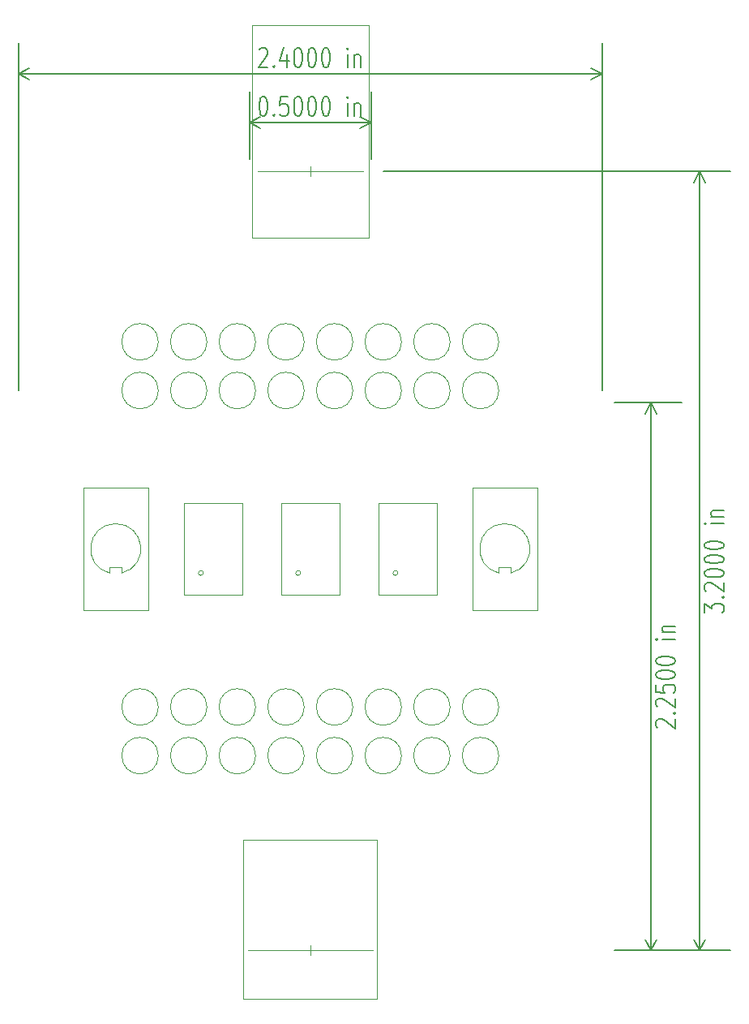
<source format=gbr>
%TF.GenerationSoftware,KiCad,Pcbnew,4.0.1-stable*%
%TF.CreationDate,2016-02-23T23:31:04-05:00*%
%TF.ProjectId,USB Breakout v3.0,55534220427265616B6F75742076332E,3.0.1*%
%TF.FileFunction,Drawing*%
%FSLAX46Y46*%
G04 Gerber Fmt 4.6, Leading zero omitted, Abs format (unit mm)*
G04 Created by KiCad (PCBNEW 4.0.1-stable) date 2016-02-23 23:31:04*
%MOMM*%
G01*
G04 APERTURE LIST*
%ADD10C,0.025400*%
%ADD11C,0.127000*%
%ADD12C,0.076200*%
G04 APERTURE END LIST*
D10*
D11*
X71632838Y35233428D02*
X71632838Y36176857D01*
X72406933Y35668857D01*
X72406933Y35886571D01*
X72503695Y36031714D01*
X72600457Y36104285D01*
X72793981Y36176857D01*
X73277790Y36176857D01*
X73471314Y36104285D01*
X73568076Y36031714D01*
X73664838Y35886571D01*
X73664838Y35451143D01*
X73568076Y35306000D01*
X73471314Y35233428D01*
X73471314Y36830000D02*
X73568076Y36902572D01*
X73664838Y36830000D01*
X73568076Y36757429D01*
X73471314Y36830000D01*
X73664838Y36830000D01*
X71826362Y37483143D02*
X71729600Y37555714D01*
X71632838Y37700857D01*
X71632838Y38063714D01*
X71729600Y38208857D01*
X71826362Y38281428D01*
X72019886Y38354000D01*
X72213410Y38354000D01*
X72503695Y38281428D01*
X73664838Y37410571D01*
X73664838Y38354000D01*
X71632838Y39297429D02*
X71632838Y39442572D01*
X71729600Y39587715D01*
X71826362Y39660286D01*
X72019886Y39732857D01*
X72406933Y39805429D01*
X72890743Y39805429D01*
X73277790Y39732857D01*
X73471314Y39660286D01*
X73568076Y39587715D01*
X73664838Y39442572D01*
X73664838Y39297429D01*
X73568076Y39152286D01*
X73471314Y39079715D01*
X73277790Y39007143D01*
X72890743Y38934572D01*
X72406933Y38934572D01*
X72019886Y39007143D01*
X71826362Y39079715D01*
X71729600Y39152286D01*
X71632838Y39297429D01*
X71632838Y40748858D02*
X71632838Y40894001D01*
X71729600Y41039144D01*
X71826362Y41111715D01*
X72019886Y41184286D01*
X72406933Y41256858D01*
X72890743Y41256858D01*
X73277790Y41184286D01*
X73471314Y41111715D01*
X73568076Y41039144D01*
X73664838Y40894001D01*
X73664838Y40748858D01*
X73568076Y40603715D01*
X73471314Y40531144D01*
X73277790Y40458572D01*
X72890743Y40386001D01*
X72406933Y40386001D01*
X72019886Y40458572D01*
X71826362Y40531144D01*
X71729600Y40603715D01*
X71632838Y40748858D01*
X71632838Y42200287D02*
X71632838Y42345430D01*
X71729600Y42490573D01*
X71826362Y42563144D01*
X72019886Y42635715D01*
X72406933Y42708287D01*
X72890743Y42708287D01*
X73277790Y42635715D01*
X73471314Y42563144D01*
X73568076Y42490573D01*
X73664838Y42345430D01*
X73664838Y42200287D01*
X73568076Y42055144D01*
X73471314Y41982573D01*
X73277790Y41910001D01*
X72890743Y41837430D01*
X72406933Y41837430D01*
X72019886Y41910001D01*
X71826362Y41982573D01*
X71729600Y42055144D01*
X71632838Y42200287D01*
X73664838Y44522573D02*
X72310171Y44522573D01*
X71632838Y44522573D02*
X71729600Y44450002D01*
X71826362Y44522573D01*
X71729600Y44595145D01*
X71632838Y44522573D01*
X71826362Y44522573D01*
X72310171Y45248287D02*
X73664838Y45248287D01*
X72503695Y45248287D02*
X72406933Y45320859D01*
X72310171Y45466001D01*
X72310171Y45683716D01*
X72406933Y45828859D01*
X72600457Y45901430D01*
X73664838Y45901430D01*
X71120000Y0D02*
X71120000Y81280000D01*
X62230000Y0D02*
X74371200Y0D01*
X62230000Y81280000D02*
X74371200Y81280000D01*
X71120000Y81280000D02*
X71706421Y80153496D01*
X71120000Y81280000D02*
X70533579Y80153496D01*
X71120000Y0D02*
X71706421Y1126504D01*
X71120000Y0D02*
X70533579Y1126504D01*
X66746362Y23241000D02*
X66649600Y23313571D01*
X66552838Y23458714D01*
X66552838Y23821571D01*
X66649600Y23966714D01*
X66746362Y24039285D01*
X66939886Y24111857D01*
X67133410Y24111857D01*
X67423695Y24039285D01*
X68584838Y23168428D01*
X68584838Y24111857D01*
X68391314Y24765000D02*
X68488076Y24837572D01*
X68584838Y24765000D01*
X68488076Y24692429D01*
X68391314Y24765000D01*
X68584838Y24765000D01*
X66746362Y25418143D02*
X66649600Y25490714D01*
X66552838Y25635857D01*
X66552838Y25998714D01*
X66649600Y26143857D01*
X66746362Y26216428D01*
X66939886Y26289000D01*
X67133410Y26289000D01*
X67423695Y26216428D01*
X68584838Y25345571D01*
X68584838Y26289000D01*
X66552838Y27667857D02*
X66552838Y26942143D01*
X67520457Y26869572D01*
X67423695Y26942143D01*
X67326933Y27087286D01*
X67326933Y27450143D01*
X67423695Y27595286D01*
X67520457Y27667857D01*
X67713981Y27740429D01*
X68197790Y27740429D01*
X68391314Y27667857D01*
X68488076Y27595286D01*
X68584838Y27450143D01*
X68584838Y27087286D01*
X68488076Y26942143D01*
X68391314Y26869572D01*
X66552838Y28683858D02*
X66552838Y28829001D01*
X66649600Y28974144D01*
X66746362Y29046715D01*
X66939886Y29119286D01*
X67326933Y29191858D01*
X67810743Y29191858D01*
X68197790Y29119286D01*
X68391314Y29046715D01*
X68488076Y28974144D01*
X68584838Y28829001D01*
X68584838Y28683858D01*
X68488076Y28538715D01*
X68391314Y28466144D01*
X68197790Y28393572D01*
X67810743Y28321001D01*
X67326933Y28321001D01*
X66939886Y28393572D01*
X66746362Y28466144D01*
X66649600Y28538715D01*
X66552838Y28683858D01*
X66552838Y30135287D02*
X66552838Y30280430D01*
X66649600Y30425573D01*
X66746362Y30498144D01*
X66939886Y30570715D01*
X67326933Y30643287D01*
X67810743Y30643287D01*
X68197790Y30570715D01*
X68391314Y30498144D01*
X68488076Y30425573D01*
X68584838Y30280430D01*
X68584838Y30135287D01*
X68488076Y29990144D01*
X68391314Y29917573D01*
X68197790Y29845001D01*
X67810743Y29772430D01*
X67326933Y29772430D01*
X66939886Y29845001D01*
X66746362Y29917573D01*
X66649600Y29990144D01*
X66552838Y30135287D01*
X68584838Y32457573D02*
X67230171Y32457573D01*
X66552838Y32457573D02*
X66649600Y32385002D01*
X66746362Y32457573D01*
X66649600Y32530145D01*
X66552838Y32457573D01*
X66746362Y32457573D01*
X67230171Y33183287D02*
X68584838Y33183287D01*
X67423695Y33183287D02*
X67326933Y33255859D01*
X67230171Y33401001D01*
X67230171Y33618716D01*
X67326933Y33763859D01*
X67520457Y33836430D01*
X68584838Y33836430D01*
X66040000Y0D02*
X66040000Y57150000D01*
X62230000Y0D02*
X69291200Y0D01*
X62230000Y57150000D02*
X69291200Y57150000D01*
X66040000Y57150000D02*
X66626421Y56023496D01*
X66040000Y57150000D02*
X65453579Y56023496D01*
X66040000Y0D02*
X66626421Y1126504D01*
X66040000Y0D02*
X65453579Y1126504D01*
X62230000Y81280000D02*
X38100000Y81280000D01*
X25146000Y93984838D02*
X25218571Y94081600D01*
X25363714Y94178362D01*
X25726571Y94178362D01*
X25871714Y94081600D01*
X25944285Y93984838D01*
X26016857Y93791314D01*
X26016857Y93597790D01*
X25944285Y93307505D01*
X25073428Y92146362D01*
X26016857Y92146362D01*
X26670000Y92339886D02*
X26742572Y92243124D01*
X26670000Y92146362D01*
X26597429Y92243124D01*
X26670000Y92339886D01*
X26670000Y92146362D01*
X28048857Y93501029D02*
X28048857Y92146362D01*
X27686000Y94275124D02*
X27323143Y92823695D01*
X28266571Y92823695D01*
X29137429Y94178362D02*
X29282572Y94178362D01*
X29427715Y94081600D01*
X29500286Y93984838D01*
X29572857Y93791314D01*
X29645429Y93404267D01*
X29645429Y92920457D01*
X29572857Y92533410D01*
X29500286Y92339886D01*
X29427715Y92243124D01*
X29282572Y92146362D01*
X29137429Y92146362D01*
X28992286Y92243124D01*
X28919715Y92339886D01*
X28847143Y92533410D01*
X28774572Y92920457D01*
X28774572Y93404267D01*
X28847143Y93791314D01*
X28919715Y93984838D01*
X28992286Y94081600D01*
X29137429Y94178362D01*
X30588858Y94178362D02*
X30734001Y94178362D01*
X30879144Y94081600D01*
X30951715Y93984838D01*
X31024286Y93791314D01*
X31096858Y93404267D01*
X31096858Y92920457D01*
X31024286Y92533410D01*
X30951715Y92339886D01*
X30879144Y92243124D01*
X30734001Y92146362D01*
X30588858Y92146362D01*
X30443715Y92243124D01*
X30371144Y92339886D01*
X30298572Y92533410D01*
X30226001Y92920457D01*
X30226001Y93404267D01*
X30298572Y93791314D01*
X30371144Y93984838D01*
X30443715Y94081600D01*
X30588858Y94178362D01*
X32040287Y94178362D02*
X32185430Y94178362D01*
X32330573Y94081600D01*
X32403144Y93984838D01*
X32475715Y93791314D01*
X32548287Y93404267D01*
X32548287Y92920457D01*
X32475715Y92533410D01*
X32403144Y92339886D01*
X32330573Y92243124D01*
X32185430Y92146362D01*
X32040287Y92146362D01*
X31895144Y92243124D01*
X31822573Y92339886D01*
X31750001Y92533410D01*
X31677430Y92920457D01*
X31677430Y93404267D01*
X31750001Y93791314D01*
X31822573Y93984838D01*
X31895144Y94081600D01*
X32040287Y94178362D01*
X34362573Y92146362D02*
X34362573Y93501029D01*
X34362573Y94178362D02*
X34290002Y94081600D01*
X34362573Y93984838D01*
X34435145Y94081600D01*
X34362573Y94178362D01*
X34362573Y93984838D01*
X35088287Y93501029D02*
X35088287Y92146362D01*
X35088287Y93307505D02*
X35160859Y93404267D01*
X35306001Y93501029D01*
X35523716Y93501029D01*
X35668859Y93404267D01*
X35741430Y93210743D01*
X35741430Y92146362D01*
X60960000Y91440000D02*
X0Y91440000D01*
X60960000Y58420000D02*
X60960000Y94691200D01*
X0Y58420000D02*
X0Y94691200D01*
X0Y91440000D02*
X1126503Y92026420D01*
X0Y91440000D02*
X1126503Y90853580D01*
X60960000Y91440000D02*
X59833497Y92026420D01*
X60960000Y91440000D02*
X59833497Y90853580D01*
X25508857Y89098362D02*
X25654000Y89098362D01*
X25799143Y89001600D01*
X25871714Y88904838D01*
X25944285Y88711314D01*
X26016857Y88324267D01*
X26016857Y87840457D01*
X25944285Y87453410D01*
X25871714Y87259886D01*
X25799143Y87163124D01*
X25654000Y87066362D01*
X25508857Y87066362D01*
X25363714Y87163124D01*
X25291143Y87259886D01*
X25218571Y87453410D01*
X25146000Y87840457D01*
X25146000Y88324267D01*
X25218571Y88711314D01*
X25291143Y88904838D01*
X25363714Y89001600D01*
X25508857Y89098362D01*
X26670000Y87259886D02*
X26742572Y87163124D01*
X26670000Y87066362D01*
X26597429Y87163124D01*
X26670000Y87259886D01*
X26670000Y87066362D01*
X28121428Y89098362D02*
X27395714Y89098362D01*
X27323143Y88130743D01*
X27395714Y88227505D01*
X27540857Y88324267D01*
X27903714Y88324267D01*
X28048857Y88227505D01*
X28121428Y88130743D01*
X28194000Y87937219D01*
X28194000Y87453410D01*
X28121428Y87259886D01*
X28048857Y87163124D01*
X27903714Y87066362D01*
X27540857Y87066362D01*
X27395714Y87163124D01*
X27323143Y87259886D01*
X29137429Y89098362D02*
X29282572Y89098362D01*
X29427715Y89001600D01*
X29500286Y88904838D01*
X29572857Y88711314D01*
X29645429Y88324267D01*
X29645429Y87840457D01*
X29572857Y87453410D01*
X29500286Y87259886D01*
X29427715Y87163124D01*
X29282572Y87066362D01*
X29137429Y87066362D01*
X28992286Y87163124D01*
X28919715Y87259886D01*
X28847143Y87453410D01*
X28774572Y87840457D01*
X28774572Y88324267D01*
X28847143Y88711314D01*
X28919715Y88904838D01*
X28992286Y89001600D01*
X29137429Y89098362D01*
X30588858Y89098362D02*
X30734001Y89098362D01*
X30879144Y89001600D01*
X30951715Y88904838D01*
X31024286Y88711314D01*
X31096858Y88324267D01*
X31096858Y87840457D01*
X31024286Y87453410D01*
X30951715Y87259886D01*
X30879144Y87163124D01*
X30734001Y87066362D01*
X30588858Y87066362D01*
X30443715Y87163124D01*
X30371144Y87259886D01*
X30298572Y87453410D01*
X30226001Y87840457D01*
X30226001Y88324267D01*
X30298572Y88711314D01*
X30371144Y88904838D01*
X30443715Y89001600D01*
X30588858Y89098362D01*
X32040287Y89098362D02*
X32185430Y89098362D01*
X32330573Y89001600D01*
X32403144Y88904838D01*
X32475715Y88711314D01*
X32548287Y88324267D01*
X32548287Y87840457D01*
X32475715Y87453410D01*
X32403144Y87259886D01*
X32330573Y87163124D01*
X32185430Y87066362D01*
X32040287Y87066362D01*
X31895144Y87163124D01*
X31822573Y87259886D01*
X31750001Y87453410D01*
X31677430Y87840457D01*
X31677430Y88324267D01*
X31750001Y88711314D01*
X31822573Y88904838D01*
X31895144Y89001600D01*
X32040287Y89098362D01*
X34362573Y87066362D02*
X34362573Y88421029D01*
X34362573Y89098362D02*
X34290002Y89001600D01*
X34362573Y88904838D01*
X34435145Y89001600D01*
X34362573Y89098362D01*
X34362573Y88904838D01*
X35088287Y88421029D02*
X35088287Y87066362D01*
X35088287Y88227505D02*
X35160859Y88324267D01*
X35306001Y88421029D01*
X35523716Y88421029D01*
X35668859Y88324267D01*
X35741430Y88130743D01*
X35741430Y87066362D01*
X36830000Y86360000D02*
X24130000Y86360000D01*
X36830000Y82550000D02*
X36830000Y89611200D01*
X24130000Y82550000D02*
X24130000Y89611200D01*
X24130000Y86360000D02*
X25256503Y86946420D01*
X24130000Y86360000D02*
X25256503Y85773580D01*
X36830000Y86360000D02*
X35703497Y86946420D01*
X36830000Y86360000D02*
X35703497Y85773580D01*
D12*
X6760000Y48310000D02*
X6760000Y35510000D01*
X6760000Y35510000D02*
X13560000Y35510000D01*
X13560000Y35510000D02*
X13560000Y48310000D01*
X13560000Y48310000D02*
X6760000Y48310000D01*
X9525000Y39370000D02*
X9525000Y40005000D01*
X9525000Y40005000D02*
X10795000Y40005000D01*
X10795000Y40005000D02*
X10795000Y39370000D01*
X10796220Y39370305D02*
G75*
G03X9525000Y39370000I-636220J2539695D01*
G01*
X47400000Y48310000D02*
X47400000Y35510000D01*
X47400000Y35510000D02*
X54200000Y35510000D01*
X54200000Y35510000D02*
X54200000Y48310000D01*
X54200000Y48310000D02*
X47400000Y48310000D01*
X50165000Y39370000D02*
X50165000Y40005000D01*
X50165000Y40005000D02*
X51435000Y40005000D01*
X51435000Y40005000D02*
X51435000Y39370000D01*
X51436220Y39370305D02*
G75*
G03X50165000Y39370000I-636220J2539695D01*
G01*
X27440000Y37110000D02*
X33520000Y37110000D01*
X33520000Y37110000D02*
X33520000Y46710000D01*
X33520000Y46710000D02*
X27440000Y46710000D01*
X27440000Y37110000D02*
X27440000Y46710000D01*
X29464000Y39370000D02*
G75*
G03X29464000Y39370000I-254000J0D01*
G01*
X37600000Y37110000D02*
X43680000Y37110000D01*
X43680000Y37110000D02*
X43680000Y46710000D01*
X43680000Y46710000D02*
X37600000Y46710000D01*
X37600000Y37110000D02*
X37600000Y46710000D01*
X39624000Y39370000D02*
G75*
G03X39624000Y39370000I-254000J0D01*
G01*
X17280000Y37110000D02*
X23360000Y37110000D01*
X23360000Y37110000D02*
X23360000Y46710000D01*
X23360000Y46710000D02*
X17280000Y46710000D01*
X17280000Y37110000D02*
X17280000Y46710000D01*
X19304000Y39370000D02*
G75*
G03X19304000Y39370000I-254000J0D01*
G01*
X24380000Y74380000D02*
X24380000Y96580000D01*
X24380000Y96580000D02*
X36580000Y96580000D01*
X36580000Y96580000D02*
X36580000Y74380000D01*
X36580000Y74380000D02*
X24380000Y74380000D01*
D10*
X30480000Y80780000D02*
X30480000Y81780000D01*
X24980000Y81280000D02*
X35980000Y81280000D01*
D12*
X37480000Y11500000D02*
X37480000Y-5100000D01*
X37480000Y-5100000D02*
X23480000Y-5100000D01*
X23480000Y-5100000D02*
X23480000Y11500000D01*
X23480000Y11500000D02*
X37480000Y11500000D01*
D10*
X30480000Y500000D02*
X30480000Y-500000D01*
X36980000Y0D02*
X23980000Y0D01*
D12*
X14605000Y25400000D02*
G75*
G03X14605000Y25400000I-1905000J0D01*
G01*
X14605000Y20320000D02*
G75*
G03X14605000Y20320000I-1905000J0D01*
G01*
X29845000Y25400000D02*
G75*
G03X29845000Y25400000I-1905000J0D01*
G01*
X29845000Y20320000D02*
G75*
G03X29845000Y20320000I-1905000J0D01*
G01*
X34925000Y25400000D02*
G75*
G03X34925000Y25400000I-1905000J0D01*
G01*
X34925000Y20320000D02*
G75*
G03X34925000Y20320000I-1905000J0D01*
G01*
X50165000Y25400000D02*
G75*
G03X50165000Y25400000I-1905000J0D01*
G01*
X50165000Y20320000D02*
G75*
G03X50165000Y20320000I-1905000J0D01*
G01*
X45085000Y25400000D02*
G75*
G03X45085000Y25400000I-1905000J0D01*
G01*
X45085000Y20320000D02*
G75*
G03X45085000Y20320000I-1905000J0D01*
G01*
X40005000Y25400000D02*
G75*
G03X40005000Y25400000I-1905000J0D01*
G01*
X40005000Y20320000D02*
G75*
G03X40005000Y20320000I-1905000J0D01*
G01*
X24765000Y25400000D02*
G75*
G03X24765000Y25400000I-1905000J0D01*
G01*
X24765000Y20320000D02*
G75*
G03X24765000Y20320000I-1905000J0D01*
G01*
X19685000Y25400000D02*
G75*
G03X19685000Y25400000I-1905000J0D01*
G01*
X19685000Y20320000D02*
G75*
G03X19685000Y20320000I-1905000J0D01*
G01*
X14605000Y63500000D02*
G75*
G03X14605000Y63500000I-1905000J0D01*
G01*
X14605000Y58420000D02*
G75*
G03X14605000Y58420000I-1905000J0D01*
G01*
X29845000Y63500000D02*
G75*
G03X29845000Y63500000I-1905000J0D01*
G01*
X29845000Y58420000D02*
G75*
G03X29845000Y58420000I-1905000J0D01*
G01*
X34925000Y63500000D02*
G75*
G03X34925000Y63500000I-1905000J0D01*
G01*
X34925000Y58420000D02*
G75*
G03X34925000Y58420000I-1905000J0D01*
G01*
X50165000Y63500000D02*
G75*
G03X50165000Y63500000I-1905000J0D01*
G01*
X50165000Y58420000D02*
G75*
G03X50165000Y58420000I-1905000J0D01*
G01*
X45085000Y63500000D02*
G75*
G03X45085000Y63500000I-1905000J0D01*
G01*
X45085000Y58420000D02*
G75*
G03X45085000Y58420000I-1905000J0D01*
G01*
X40005000Y63500000D02*
G75*
G03X40005000Y63500000I-1905000J0D01*
G01*
X40005000Y58420000D02*
G75*
G03X40005000Y58420000I-1905000J0D01*
G01*
X24765000Y63500000D02*
G75*
G03X24765000Y63500000I-1905000J0D01*
G01*
X24765000Y58420000D02*
G75*
G03X24765000Y58420000I-1905000J0D01*
G01*
X19685000Y63500000D02*
G75*
G03X19685000Y63500000I-1905000J0D01*
G01*
X19685000Y58420000D02*
G75*
G03X19685000Y58420000I-1905000J0D01*
G01*
M02*

</source>
